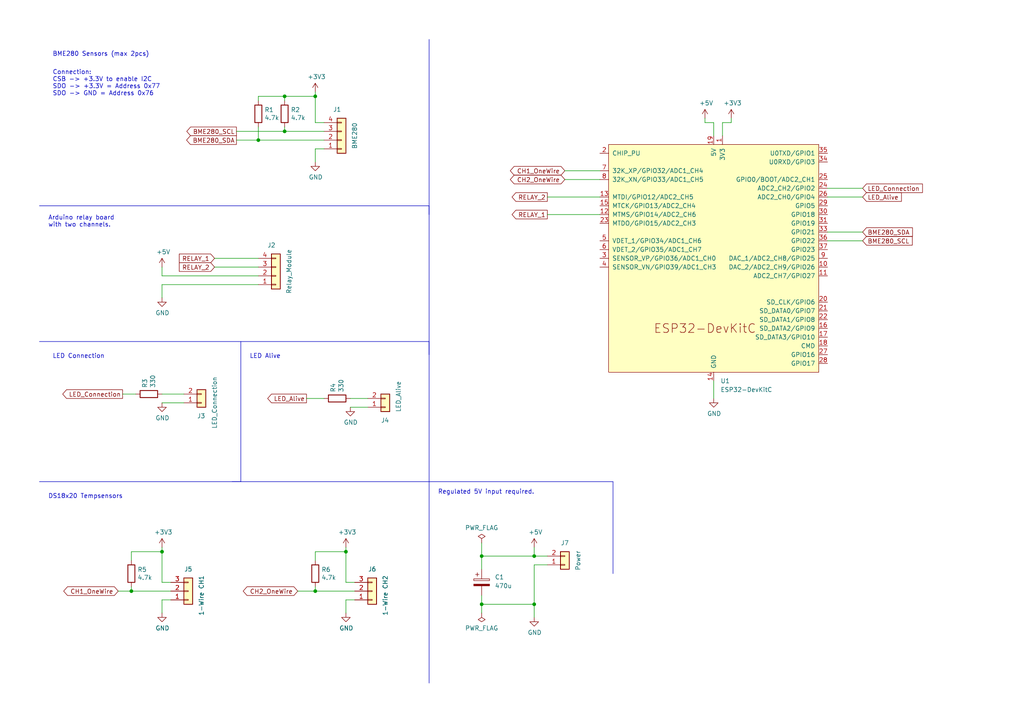
<source format=kicad_sch>
(kicad_sch (version 20230121) (generator eeschema)
  (paper "A4")
  (title_block (title "ThetaProbe Esp Devkit ") (date "2023-12-26") (rev "0.1.0"))
  (lib_symbols
    (symbol "Connector_Generic:Conn_01x02" (pin_names (offset 1.016) hide)
      (property "Reference" "J" (at 0 2.54 0))
      (property "Value" "Conn_01x02" (at 0 -5.08 0))
      (symbol "Conn_01x02_1_1"
        (rectangle (start -1.27 -2.413) (end 0 -2.667) (stroke (width 0.1524)))
        (rectangle (start -1.27 0.127) (end 0 -0.127) (stroke (width 0.1524)))
        (rectangle (start -1.27 1.27) (end 1.27 -3.81) (stroke (width 0.254)) (fill (type background)))
        (pin passive line (at -5.08 0 0) (length 3.81) (name "Pin_1") (number "1"))
        (pin passive line (at -5.08 -2.54 0) (length 3.81) (name "Pin_2") (number "2"))
      )
    )
    (symbol "Connector_Generic:Conn_01x03" (pin_names (offset 1.016) hide)
      (property "Reference" "J" (at 0 5.08 0))
      (property "Value" "Conn_01x03" (at 0 -5.08 0))
      (symbol "Conn_01x03_1_1"
        (rectangle (start -1.27 -2.413) (end 0 -2.667) (stroke (width 0.1524)))
        (rectangle (start -1.27 0.127) (end 0 -0.127) (stroke (width 0.1524)))
        (rectangle (start -1.27 2.667) (end 0 2.413) (stroke (width 0.1524)))
        (rectangle (start -1.27 3.81) (end 1.27 -3.81) (stroke (width 0.254)) (fill (type background)))
        (pin passive line (at -5.08 2.54 0) (length 3.81) (name "Pin_1") (number "1"))
        (pin passive line (at -5.08 0 0) (length 3.81) (name "Pin_2") (number "2"))
        (pin passive line (at -5.08 -2.54 0) (length 3.81) (name "Pin_3") (number "3"))
      )
    )
    (symbol "Connector_Generic:Conn_01x04" (pin_names (offset 1.016) hide)
      (property "Reference" "J" (at 0 5.08 0))
      (property "Value" "Conn_01x04" (at 0 -7.62 0))
      (symbol "Conn_01x04_1_1"
        (rectangle (start -1.27 -4.953) (end 0 -5.207) (stroke (width 0.1524)))
        (rectangle (start -1.27 -2.413) (end 0 -2.667) (stroke (width 0.1524)))
        (rectangle (start -1.27 0.127) (end 0 -0.127) (stroke (width 0.1524)))
        (rectangle (start -1.27 2.667) (end 0 2.413) (stroke (width 0.1524)))
        (rectangle (start -1.27 3.81) (end 1.27 -6.35) (stroke (width 0.254)) (fill (type background)))
        (pin passive line (at -5.08 2.54 0) (length 3.81) (name "Pin_1") (number "1"))
        (pin passive line (at -5.08 0 0) (length 3.81) (name "Pin_2") (number "2"))
        (pin passive line (at -5.08 -2.54 0) (length 3.81) (name "Pin_3") (number "3"))
        (pin passive line (at -5.08 -5.08 0) (length 3.81) (name "Pin_4") (number "4"))
      )
    )
    (symbol "Device:C_Polarized" (pin_numbers hide) (pin_names (offset 0.254))
      (property "Reference" "C" (at 0.635 2.54 0))
      (property "Value" "C_Polarized" (at 0.635 -2.54 0))
      (symbol "C_Polarized_0_1"
        (rectangle (start -2.286 0.508) (end 2.286 1.016))
        (polyline (pts (xy -1.778 2.286) (xy -0.762 2.286)))
        (polyline (pts (xy -1.27 2.794) (xy -1.27 1.778)))
        (rectangle (start 2.286 -0.508) (end -2.286 -1.016) (fill (type outline)))
      )
      (symbol "C_Polarized_1_1"
        (pin passive line (at 0 3.81 270) (length 2.794) (name "~") (number "1"))
        (pin passive line (at 0 -3.81 90) (length 2.794) (name "~") (number "2"))
      )
    )
    (symbol "Device:R" (pin_numbers hide) (pin_names (offset 0))
      (property "Reference" "R" (at 2.032 0 90))
      (property "Value" "R" (at 0 0 90))
      (symbol "R_0_1"
        (rectangle (start -1.016 -2.54) (end 1.016 2.54) (stroke (width 0.254)))
      )
      (symbol "R_1_1"
        (pin passive line (at 0 3.81 270) (length 1.27) (name "~") (number "1"))
        (pin passive line (at 0 -3.81 90) (length 1.27) (name "~") (number "2"))
      )
    )
    (symbol "PCM_Espressif:ESP32-DevKitC" (pin_names (offset 1.016))
      (property "Reference" "U" (at -30.48 38.1 0))
      (property "Value" "ESP32-DevKitC" (at -30.48 35.56 0))
      (symbol "ESP32-DevKitC_0_0"
        (text "ESP32-DevKitC" (at -2.54 -20.32 0) (effects (font (size 2.54 2.54))))
        (pin power_in line (at 0 -35.56 90) (length 2.54) (name "GND") (number "14"))
        (pin power_in line (at 0 35.56 270) (length 2.54) (name "5V") (number "19"))
      )
      (symbol "ESP32-DevKitC_0_1"
        (rectangle (start -30.48 33.02) (end 30.48 -33.02) (fill (type background)))
      )
      (symbol "ESP32-DevKitC_1_1"
        (pin power_in line (at 2.54 35.56 270) (length 2.54) (name "3V3") (number "1"))
        (pin bidirectional line (at 33.02 -2.54 180) (length 2.54) (name "DAC_2/ADC2_CH9/GPIO26") (number "10"))
        (pin bidirectional line (at 33.02 -5.08 180) (length 2.54) (name "ADC2_CH7/GPIO27") (number "11"))
        (pin bidirectional line (at -33.02 12.7 0) (length 2.54) (name "MTMS/GPIO14/ADC2_CH6") (number "12"))
        (pin bidirectional line (at -33.02 17.78 0) (length 2.54) (name "MTDI/GPIO12/ADC2_CH5") (number "13"))
        (pin bidirectional line (at -33.02 15.24 0) (length 2.54) (name "MTCK/GPIO13/ADC2_CH4") (number "15"))
        (pin bidirectional line (at 33.02 -20.32 180) (length 2.54) (name "SD_DATA2/GPIO9") (number "16"))
        (pin bidirectional line (at 33.02 -22.86 180) (length 2.54) (name "SD_DATA3/GPIO10") (number "17"))
        (pin bidirectional line (at 33.02 -25.4 180) (length 2.54) (name "CMD") (number "18"))
        (pin input line (at -33.02 30.48 0) (length 2.54) (name "CHIP_PU") (number "2"))
        (pin bidirectional line (at 33.02 -12.7 180) (length 2.54) (name "SD_CLK/GPIO6") (number "20"))
        (pin bidirectional line (at 33.02 -15.24 180) (length 2.54) (name "SD_DATA0/GPIO7") (number "21"))
        (pin bidirectional line (at 33.02 -17.78 180) (length 2.54) (name "SD_DATA1/GPIO8") (number "22"))
        (pin bidirectional line (at -33.02 10.16 0) (length 2.54) (name "MTDO/GPIO15/ADC2_CH3") (number "23"))
        (pin bidirectional line (at 33.02 20.32 180) (length 2.54) (name "ADC2_CH2/GPIO2") (number "24"))
        (pin bidirectional line (at 33.02 22.86 180) (length 2.54) (name "GPIO0/BOOT/ADC2_CH1") (number "25"))
        (pin bidirectional line (at 33.02 17.78 180) (length 2.54) (name "ADC2_CH0/GPIO4") (number "26"))
        (pin bidirectional line (at 33.02 -27.94 180) (length 2.54) (name "GPIO16") (number "27"))
        (pin bidirectional line (at 33.02 -30.48 180) (length 2.54) (name "GPIO17") (number "28"))
        (pin bidirectional line (at 33.02 15.24 180) (length 2.54) (name "GPIO5") (number "29"))
        (pin input line (at -33.02 0 0) (length 2.54) (name "SENSOR_VP/GPIO36/ADC1_CH0") (number "3"))
        (pin bidirectional line (at 33.02 12.7 180) (length 2.54) (name "GPIO18") (number "30"))
        (pin bidirectional line (at 33.02 10.16 180) (length 2.54) (name "GPIO19") (number "31"))
        (pin passive line (at 0 -35.56 90) (length 2.54) hide (name "GND") (number "32"))
        (pin bidirectional line (at 33.02 7.62 180) (length 2.54) (name "GPIO21") (number "33"))
        (pin bidirectional line (at 33.02 27.94 180) (length 2.54) (name "U0RXD/GPIO3") (number "34"))
        (pin bidirectional line (at 33.02 30.48 180) (length 2.54) (name "U0TXD/GPIO1") (number "35"))
        (pin bidirectional line (at 33.02 5.08 180) (length 2.54) (name "GPIO22") (number "36"))
        (pin bidirectional line (at 33.02 2.54 180) (length 2.54) (name "GPIO23") (number "37"))
        (pin passive line (at 0 -35.56 90) (length 2.54) hide (name "GND") (number "38"))
        (pin input line (at -33.02 -2.54 0) (length 2.54) (name "SENSOR_VN/GPIO39/ADC1_CH3") (number "4"))
        (pin input line (at -33.02 5.08 0) (length 2.54) (name "VDET_1/GPIO34/ADC1_CH6") (number "5"))
        (pin input line (at -33.02 2.54 0) (length 2.54) (name "VDET_2/GPIO35/ADC1_CH7") (number "6"))
        (pin bidirectional line (at -33.02 25.4 0) (length 2.54) (name "32K_XP/GPIO32/ADC1_CH4") (number "7"))
        (pin bidirectional line (at -33.02 22.86 0) (length 2.54) (name "32K_XN/GPIO33/ADC1_CH5") (number "8"))
        (pin bidirectional line (at 33.02 0 180) (length 2.54) (name "DAC_1/ADC2_CH8/GPIO25") (number "9"))
      )
    )
    (symbol "power:+3.3V" (power) (pin_names (offset 0))
      (property "Value" "+3.3V" (at 0 3.556 0))
      (symbol "+3.3V_0_1"
        (polyline (pts (xy -0.762 1.27) (xy 0 2.54)))
        (polyline (pts (xy 0 0) (xy 0 2.54)))
        (polyline (pts (xy 0 2.54) (xy 0.762 1.27)))
      )
      (symbol "+3.3V_1_1"
        (pin power_in line (at 0 0 90) (length 0) hide (name "+3V3") (number "1"))
      )
    )
    (symbol "power:+5V" (power) (pin_names (offset 0))
      (property "Value" "+5V" (at 0 3.556 0))
      (symbol "+5V_0_1"
        (polyline (pts (xy -0.762 1.27) (xy 0 2.54)))
        (polyline (pts (xy 0 0) (xy 0 2.54)))
        (polyline (pts (xy 0 2.54) (xy 0.762 1.27)))
      )
      (symbol "+5V_1_1"
        (pin power_in line (at 0 0 90) (length 0) hide (name "+5V") (number "1"))
      )
    )
    (symbol "power:GND" (power) (pin_names (offset 0))
      (property "Value" "GND" (at 0 -3.81 0))
      (symbol "GND_0_1"
        (polyline (pts (xy 0 0) (xy 0 -1.27) (xy 1.27 -1.27) (xy 0 -2.54) (xy -1.27 -1.27) (xy 0 -1.27)))
      )
      (symbol "GND_1_1"
        (pin power_in line (at 0 0 270) (length 0) hide (name "GND") (number "1"))
      )
    )
    (symbol "power:PWR_FLAG" (power) (pin_numbers hide) (pin_names (offset 0) hide)
      (property "Value" "PWR_FLAG" (at 0 3.81 0))
      (symbol "PWR_FLAG_0_0"
        (pin power_out line (at 0 0 90) (length 0) (name "pwr") (number "1"))
      )
      (symbol "PWR_FLAG_0_1"
        (polyline (pts (xy 0 0) (xy 0 1.27) (xy -1.016 1.905) (xy 0 2.54) (xy 1.016 1.905) (xy 0 1.27)))
      )
    )
  )
  (junction (at 154.94 161.29))
  (junction (at 91.44 27.94))
  (junction (at 154.94 175.26))
  (junction (at 100.33 160.02))
  (junction (at 91.44 171.45))
  (junction (at 46.99 160.02))
  (junction (at 74.93 40.64))
  (junction (at 139.7 175.26))
  (junction (at 82.55 38.1))
  (junction (at 38.1 171.45))
  (junction (at 82.55 27.94))
  (junction (at 139.7 161.29))
  (wire (pts (xy 207.01 35.56) (xy 207.01 39.37)))
  (polyline (pts (xy 124.46 11.43) (xy 124.46 198.12)))
  (wire (pts (xy 204.47 35.56) (xy 207.01 35.56)))
  (wire (pts (xy 93.98 40.64) (xy 74.93 40.64)))
  (wire (pts (xy 158.75 57.15) (xy 173.99 57.15)))
  (wire (pts (xy 91.44 170.18) (xy 91.44 171.45)))
  (wire (pts (xy 91.44 35.56) (xy 93.98 35.56)))
  (wire (pts (xy 212.09 34.29) (xy 212.09 35.56)))
  (wire (pts (xy 82.55 27.94) (xy 91.44 27.94)))
  (wire (pts (xy 207.01 110.49) (xy 207.01 115.57)))
  (wire (pts (xy 154.94 158.75) (xy 154.94 161.29)))
  (wire (pts (xy 139.7 161.29) (xy 154.94 161.29)))
  (wire (pts (xy 91.44 160.02) (xy 100.33 160.02)))
  (wire (pts (xy 100.33 160.02) (xy 100.33 158.75)))
  (wire (pts (xy 102.87 168.91) (xy 100.33 168.91)))
  (wire (pts (xy 100.33 168.91) (xy 100.33 160.02)))
  (wire (pts (xy 46.99 168.91) (xy 46.99 160.02)))
  (wire (pts (xy 101.6 118.11) (xy 106.68 118.11)))
  (wire (pts (xy 240.03 57.15) (xy 250.19 57.15)))
  (wire (pts (xy 91.44 27.94) (xy 91.44 26.67)))
  (polyline (pts (xy 177.8 139.7) (xy 177.8 166.37)))
  (wire (pts (xy 74.93 40.64) (xy 68.58 40.64)))
  (polyline (pts (xy 124.46 99.06) (xy 124.46 102.87)))
  (wire (pts (xy 34.29 171.45) (xy 38.1 171.45)))
  (wire (pts (xy 46.99 173.99) (xy 49.53 173.99)))
  (wire (pts (xy 74.93 27.94) (xy 82.55 27.94)))
  (wire (pts (xy 154.94 161.29) (xy 158.75 161.29)))
  (wire (pts (xy 240.03 67.31) (xy 250.19 67.31)))
  (wire (pts (xy 82.55 36.83) (xy 82.55 38.1)))
  (wire (pts (xy 38.1 160.02) (xy 46.99 160.02)))
  (wire (pts (xy 158.75 62.23) (xy 173.99 62.23)))
  (wire (pts (xy 38.1 171.45) (xy 49.53 171.45)))
  (wire (pts (xy 240.03 69.85) (xy 250.19 69.85)))
  (wire (pts (xy 46.99 114.3) (xy 53.34 114.3)))
  (wire (pts (xy 139.7 157.48) (xy 139.7 161.29)))
  (wire (pts (xy 91.44 162.56) (xy 91.44 160.02)))
  (polyline (pts (xy 124.46 59.69) (xy 124.46 62.23)))
  (wire (pts (xy 209.55 35.56) (xy 209.55 39.37)))
  (wire (pts (xy 38.1 162.56) (xy 38.1 160.02)))
  (wire (pts (xy 91.44 35.56) (xy 91.44 27.94)))
  (wire (pts (xy 154.94 175.26) (xy 154.94 163.83)))
  (wire (pts (xy 82.55 27.94) (xy 82.55 29.21)))
  (wire (pts (xy 62.23 77.47) (xy 74.93 77.47)))
  (wire (pts (xy 46.99 116.84) (xy 53.34 116.84)))
  (wire (pts (xy 139.7 175.26) (xy 139.7 177.8)))
  (wire (pts (xy 68.58 38.1) (xy 82.55 38.1)))
  (wire (pts (xy 49.53 168.91) (xy 46.99 168.91)))
  (wire (pts (xy 173.99 52.07) (xy 163.83 52.07)))
  (wire (pts (xy 91.44 43.18) (xy 93.98 43.18)))
  (wire (pts (xy 91.44 171.45) (xy 102.87 171.45)))
  (wire (pts (xy 88.9 115.57) (xy 93.98 115.57)))
  (wire (pts (xy 35.56 114.3) (xy 39.37 114.3)))
  (wire (pts (xy 46.99 177.8) (xy 46.99 173.99)))
  (wire (pts (xy 240.03 54.61) (xy 250.19 54.61)))
  (wire (pts (xy 100.33 173.99) (xy 102.87 173.99)))
  (wire (pts (xy 46.99 77.47) (xy 46.99 80.01)))
  (wire (pts (xy 154.94 179.07) (xy 154.94 175.26)))
  (polyline (pts (xy 11.43 139.7) (xy 177.8 139.7)))
  (wire (pts (xy 139.7 172.72) (xy 139.7 175.26)))
  (wire (pts (xy 212.09 35.56) (xy 209.55 35.56)))
  (wire (pts (xy 74.93 29.21) (xy 74.93 27.94)))
  (polyline (pts (xy 11.43 59.69) (xy 124.46 59.69)))
  (polyline (pts (xy 11.43 99.06) (xy 124.46 99.06)))
  (wire (pts (xy 86.36 171.45) (xy 91.44 171.45)))
  (wire (pts (xy 74.93 80.01) (xy 46.99 80.01)))
  (wire (pts (xy 62.23 74.93) (xy 74.93 74.93)))
  (polyline (pts (xy 69.85 139.7) (xy 67.31 139.7)))
  (wire (pts (xy 46.99 86.36) (xy 46.99 82.55)))
  (wire (pts (xy 139.7 165.1) (xy 139.7 161.29)))
  (wire (pts (xy 46.99 160.02) (xy 46.99 158.75)))
  (polyline (pts (xy 69.85 99.06) (xy 69.85 139.7)))
  (wire (pts (xy 101.6 115.57) (xy 106.68 115.57)))
  (wire (pts (xy 100.33 177.8) (xy 100.33 173.99)))
  (wire (pts (xy 74.93 36.83) (xy 74.93 40.64)))
  (wire (pts (xy 139.7 175.26) (xy 154.94 175.26)))
  (wire (pts (xy 91.44 46.99) (xy 91.44 43.18)))
  (wire (pts (xy 204.47 34.29) (xy 204.47 35.56)))
  (wire (pts (xy 158.75 163.83) (xy 154.94 163.83)))
  (wire (pts (xy 38.1 170.18) (xy 38.1 171.45)))
  (wire (pts (xy 46.99 82.55) (xy 74.93 82.55)))
  (wire (pts (xy 173.99 49.53) (xy 163.83 49.53)))
  (wire (pts (xy 82.55 38.1) (xy 93.98 38.1)))
  (text "BME280 Sensors (max 2pcs)" (at 15.24 16.51 0) (effects (font (size 1.27 1.27)) (justify left bottom)))
  (text "DS18x20 Tempsensors" (at 13.97 144.78 0) (effects (font (size 1.27 1.27)) (justify left bottom)))
  (text "Connection:\nCSB -> +3.3V to enable I2C\nSDO -> +3.3V = Address 0x77\nSDO -> GND = Address 0x76" (at 15.24 27.94 0) (effects (font (size 1.27 1.27)) (justify left bottom)))
  (text "LED Alive" (at 72.39 104.14 0) (effects (font (size 1.27 1.27)) (justify left bottom)))
  (text "LED Connection" (at 15.24 104.14 0) (effects (font (size 1.27 1.27)) (justify left bottom)))
  (text "Arduino relay board\nwith two channels." (at 13.97 66.04 0) (effects (font (size 1.27 1.27)) (justify left bottom)))
  (text "Regulated 5V input required." (at 127 143.51 0) (effects (font (size 1.27 1.27)) (justify left bottom)))
  (global_label "BME280_SCL" (shape input) (at 250.19 69.85 0) (property "Intersheetrefs" "${INTERSHEET_REFS}" (effects hide)) (property "Referenzen zwischen Schaltplänen" "${INTERSHEET_REFS}" (effects hide)))
  (global_label "CH2_OneWire" (shape bidirectional) (at 163.83 52.07 180) (property "Intersheetrefs" "${INTERSHEET_REFS}" (effects hide)) (property "Referenzen zwischen Schaltplänen" "${INTERSHEET_REFS}" (effects hide)))
  (global_label "LED_Connection" (shape output) (at 35.56 114.3 180) (property "Intersheetrefs" "${INTERSHEET_REFS}" (effects hide)) (property "Referenzen zwischen Schaltplänen" "${INTERSHEET_REFS}" (effects hide)))
  (global_label "LED_Connection" (shape input) (at 250.19 54.61 0) (property "Intersheetrefs" "${INTERSHEET_REFS}" (effects hide)) (property "Referenzen zwischen Schaltplänen" "${INTERSHEET_REFS}" (effects hide)))
  (global_label "BME280_SDA" (shape input) (at 250.19 67.31 0) (property "Intersheetrefs" "${INTERSHEET_REFS}" (effects hide)) (property "Referenzen zwischen Schaltplänen" "${INTERSHEET_REFS}" (effects hide)))
  (global_label "CH1_OneWire" (shape bidirectional) (at 163.83 49.53 180) (property "Intersheetrefs" "${INTERSHEET_REFS}" (effects hide)) (property "Referenzen zwischen Schaltplänen" "${INTERSHEET_REFS}" (effects hide)))
  (global_label "RELAY_1" (shape output) (at 158.75 62.23 180) (property "Intersheetrefs" "${INTERSHEET_REFS}" (effects hide)) (property "Referenzen zwischen Schaltplänen" "${INTERSHEET_REFS}" (effects hide)))
  (global_label "CH2_OneWire" (shape bidirectional) (at 86.36 171.45 180) (property "Intersheetrefs" "${INTERSHEET_REFS}" (effects hide)) (property "Referenzen zwischen Schaltplänen" "${INTERSHEET_REFS}" (effects hide)))
  (global_label "RELAY_1" (shape input) (at 62.23 74.93 180) (property "Intersheetrefs" "${INTERSHEET_REFS}" (effects hide)) (property "Referenzen zwischen Schaltplänen" "${INTERSHEET_REFS}" (effects hide)))
  (global_label "LED_Alive" (shape output) (at 88.9 115.57 180) (property "Intersheetrefs" "${INTERSHEET_REFS}" (effects hide)) (property "Referenzen zwischen Schaltplänen" "${INTERSHEET_REFS}" (effects hide)))
  (global_label "LED_Alive" (shape input) (at 250.19 57.15 0) (property "Intersheetrefs" "${INTERSHEET_REFS}" (effects hide)) (property "Referenzen zwischen Schaltplänen" "${INTERSHEET_REFS}" (effects hide)))
  (global_label "RELAY_2" (shape input) (at 62.23 77.47 180) (property "Intersheetrefs" "${INTERSHEET_REFS}" (effects hide)) (property "Referenzen zwischen Schaltplänen" "${INTERSHEET_REFS}" (effects hide)))
  (global_label "CH1_OneWire" (shape bidirectional) (at 34.29 171.45 180) (property "Intersheetrefs" "${INTERSHEET_REFS}" (effects hide)) (property "Referenzen zwischen Schaltplänen" "${INTERSHEET_REFS}" (effects hide)))
  (global_label "BME280_SCL" (shape output) (at 68.58 38.1 180) (property "Intersheetrefs" "${INTERSHEET_REFS}" (effects hide)) (property "Referenzen zwischen Schaltplänen" "${INTERSHEET_REFS}" (effects hide)))
  (global_label "BME280_SDA" (shape output) (at 68.58 40.64 180) (property "Intersheetrefs" "${INTERSHEET_REFS}" (effects hide)) (property "Referenzen zwischen Schaltplänen" "${INTERSHEET_REFS}" (effects hide)))
  (global_label "RELAY_2" (shape output) (at 158.75 57.15 180) (property "Intersheetrefs" "${INTERSHEET_REFS}" (effects hide)) (property "Referenzen zwischen Schaltplänen" "${INTERSHEET_REFS}" (effects hide)))
  (symbol (lib_id "power:GND") (at 91.44 46.99 0) (unit 1)
    (property "Reference" "#PWR03" (effects hide))
    (property "Value" "GND" (at 91.567 51.3842 0))
  )
  (symbol (lib_id "Device:R") (at 38.1 166.37 0) (unit 1)
    (property "Reference" "R5" (at 39.878 165.2016 0) (effects (justify left)))
    (property "Value" "4.7k" (at 39.878 167.513 0) (effects (justify left)))
    (property "Footprint" "Resistor_THT:R_Axial_DIN0207_L6.3mm_D2.5mm_P7.62mm_Horizontal" (effects hide))
  )
  (symbol (lib_id "power:GND") (at 100.33 177.8 0) (unit 1)
    (property "Reference" "#PWR011" (effects hide))
    (property "Value" "GND" (at 100.457 182.1942 0))
  )
  (symbol (lib_id "power:PWR_FLAG") (at 139.7 177.8 180) (unit 1)
    (property "Reference" "#FLG02" (effects hide))
    (property "Value" "PWR_FLAG" (at 139.7 182.1942 0))
  )
  (symbol (lib_id "Connector_Generic:Conn_01x04") (at 80.01 80.01 0) (mirror x) (unit 1)
    (property "Reference" "J2" (at 78.74 71.12 0))
    (property "Value" "Relay_Module" (at 83.82 78.74 90))
    (property "Footprint" "Connector_Molex:Molex_KK-254_AE-6410-04A_1x04_P2.54mm_Vertical" (effects hide))
  )
  (symbol (lib_id "power:GND") (at 46.99 177.8 0) (unit 1)
    (property "Reference" "#PWR09" (effects hide))
    (property "Value" "GND" (at 47.117 182.1942 0))
  )
  (symbol (lib_id "power:+3.3V") (at 46.99 158.75 0) (unit 1)
    (property "Reference" "#PWR012" (effects hide))
    (property "Value" "+3.3V" (at 47.371 154.3558 0))
  )
  (symbol (lib_id "Connector_Generic:Conn_01x02") (at 111.76 118.11 0) (mirror x) (unit 1)
    (property "Reference" "J4" (at 110.49 121.92 0) (effects (justify left)))
    (property "Value" "LED_Alive" (at 115.57 110.49 90) (effects (justify left)))
    (property "Footprint" "Connector_Molex:Molex_KK-254_AE-6410-02A_1x02_P2.54mm_Vertical" (effects hide))
  )
  (symbol (lib_id "power:GND") (at 207.01 115.57 0) (unit 1)
    (property "Reference" "#PWR08" (effects hide))
    (property "Value" "GND" (at 207.137 119.9642 0))
  )
  (symbol (lib_id "Connector_Generic:Conn_01x04") (at 99.06 40.64 0) (mirror x) (unit 1)
    (property "Reference" "J1" (at 97.79 31.75 0))
    (property "Value" "BME280" (at 102.87 39.37 90))
    (property "Footprint" "Connector_Molex:Molex_KK-254_AE-6410-04A_1x04_P2.54mm_Vertical" (effects hide))
  )
  (symbol (lib_id "power:GND") (at 46.99 116.84 0) (unit 1)
    (property "Reference" "#PWR06" (effects hide))
    (property "Value" "GND" (at 47.117 121.2342 0))
  )
  (symbol (lib_id "Connector_Generic:Conn_01x02") (at 163.83 163.83 0) (mirror x) (unit 1)
    (property "Reference" "J7" (at 163.83 157.48 0))
    (property "Value" "Power" (at 167.64 162.56 90))
    (property "Footprint" "Connector_Molex:Molex_KK-254_AE-6410-02A_1x02_P2.54mm_Vertical" (effects hide))
  )
  (symbol (lib_id "Device:R") (at 43.18 114.3 90) (unit 1)
    (property "Reference" "R3" (at 42.0116 112.522 0) (effects (justify left)))
    (property "Value" "330" (at 44.323 112.522 0) (effects (justify left)))
    (property "Footprint" "Resistor_THT:R_Axial_DIN0207_L6.3mm_D2.5mm_P7.62mm_Horizontal" (effects hide))
  )
  (symbol (lib_id "Device:R") (at 74.93 33.02 0) (unit 1)
    (property "Reference" "R1" (at 76.708 31.8516 0) (effects (justify left)))
    (property "Value" "4.7k" (at 76.708 34.163 0) (effects (justify left)))
    (property "Footprint" "Resistor_THT:R_Axial_DIN0207_L6.3mm_D2.5mm_P7.62mm_Horizontal" (effects hide))
  )
  (symbol (lib_id "power:GND") (at 101.6 118.11 0) (unit 1)
    (property "Reference" "#PWR07" (effects hide))
    (property "Value" "GND" (at 101.727 122.5042 0))
  )
  (symbol (lib_id "power:+3.3V") (at 91.44 26.67 0) (unit 1)
    (property "Reference" "#PWR02" (effects hide))
    (property "Value" "+3.3V" (at 91.821 22.2758 0))
  )
  (symbol (lib_id "Device:R") (at 82.55 33.02 0) (unit 1)
    (property "Reference" "R2" (at 84.328 31.8516 0) (effects (justify left)))
    (property "Value" "4.7k" (at 84.328 34.163 0) (effects (justify left)))
    (property "Footprint" "Resistor_THT:R_Axial_DIN0207_L6.3mm_D2.5mm_P7.62mm_Horizontal" (effects hide))
  )
  (symbol (lib_id "PCM_Espressif:ESP32-DevKitC") (at 207.01 74.93 0) (unit 1)
    (property "Reference" "U1" (at 208.9659 110.49 0) (effects (justify left)))
    (property "Value" "ESP32-DevKitC" (at 208.9659 113.03 0) (effects (justify left)))
    (property "Footprint" "PCM_Espressif:ESP32-DevKitC" (effects hide))
    (property "Datasheet" "https://docs.espressif.com/projects/esp-idf/zh_CN/latest/esp32/hw-reference/esp32/get-started-devkitc.html" (effects hide))
  )
  (symbol (lib_id "power:+5V") (at 46.99 77.47 0) (unit 1)
    (property "Reference" "#PWR04" (effects hide))
    (property "Value" "+5V" (at 47.371 73.0758 0))
  )
  (symbol (lib_id "Device:C_Polarized") (at 139.7 168.91 0) (unit 1)
    (property "Reference" "C1" (at 143.51 167.386 0) (effects (justify left)))
    (property "Value" "470u" (at 143.51 169.926 0) (effects (justify left)))
    (property "Footprint" "Capacitor_THT:CP_Axial_L11.0mm_D8.0mm_P15.00mm_Horizontal" (effects hide))
  )
  (symbol (lib_id "power:+3.3V") (at 100.33 158.75 0) (unit 1)
    (property "Reference" "#PWR013" (effects hide))
    (property "Value" "+3.3V" (at 100.711 154.3558 0))
  )
  (symbol (lib_id "power:PWR_FLAG") (at 139.7 157.48 0) (unit 1)
    (property "Reference" "#FLG01" (effects hide))
    (property "Value" "PWR_FLAG" (at 139.7 153.0858 0))
  )
  (symbol (lib_id "Connector_Generic:Conn_01x02") (at 58.42 116.84 0) (mirror x) (unit 1)
    (property "Reference" "J3" (at 57.15 120.65 0) (effects (justify left)))
    (property "Value" "LED_Connection" (at 62.23 109.22 90) (effects (justify left)))
    (property "Footprint" "Connector_Molex:Molex_KK-254_AE-6410-02A_1x02_P2.54mm_Vertical" (effects hide))
  )
  (symbol (lib_id "Device:R") (at 97.79 115.57 90) (unit 1)
    (property "Reference" "R4" (at 96.6216 113.792 0) (effects (justify left)))
    (property "Value" "330" (at 98.933 113.792 0) (effects (justify left)))
    (property "Footprint" "Resistor_THT:R_Axial_DIN0207_L6.3mm_D2.5mm_P7.62mm_Horizontal" (effects hide))
  )
  (symbol (lib_id "Device:R") (at 91.44 166.37 0) (unit 1)
    (property "Reference" "R6" (at 93.218 165.2016 0) (effects (justify left)))
    (property "Value" "4.7k" (at 93.218 167.513 0) (effects (justify left)))
    (property "Footprint" "Resistor_THT:R_Axial_DIN0207_L6.3mm_D2.5mm_P7.62mm_Horizontal" (effects hide))
  )
  (symbol (lib_id "power:+5V") (at 204.47 34.29 0) (unit 1)
    (property "Reference" "#PWR014" (effects hide))
    (property "Value" "+5V" (at 204.851 29.8958 0))
  )
  (symbol (lib_id "Connector_Generic:Conn_01x03") (at 107.95 171.45 0) (mirror x) (unit 1)
    (property "Reference" "J6" (at 107.95 165.1 0))
    (property "Value" "1-Wire CH2" (at 111.76 172.72 90))
    (property "Footprint" "Connector_Molex:Molex_KK-254_AE-6410-03A_1x03_P2.54mm_Vertical" (effects hide))
  )
  (symbol (lib_id "power:GND") (at 46.99 86.36 0) (unit 1)
    (property "Reference" "#PWR05" (effects hide))
    (property "Value" "GND" (at 47.117 90.7542 0))
  )
  (symbol (lib_id "Connector_Generic:Conn_01x03") (at 54.61 171.45 0) (mirror x) (unit 1)
    (property "Reference" "J5" (at 54.61 165.1 0))
    (property "Value" "1-Wire CH1" (at 58.42 172.72 90))
    (property "Footprint" "Connector_Molex:Molex_KK-254_AE-6410-03A_1x03_P2.54mm_Vertical" (effects hide))
  )
  (symbol (lib_id "power:GND") (at 154.94 179.07 0) (unit 1)
    (property "Reference" "#PWR016" (effects hide))
    (property "Value" "GND" (at 155.067 183.4642 0))
  )
  (symbol (lib_id "power:+5V") (at 154.94 158.75 0) (unit 1)
    (property "Reference" "#PWR015" (effects hide))
    (property "Value" "+5V" (at 155.321 154.3558 0))
  )
  (symbol (lib_id "power:+3.3V") (at 212.09 34.29 0) (unit 1)
    (property "Reference" "#PWR010" (effects hide))
    (property "Value" "+3.3V" (at 212.471 29.8958 0))
  )
)
</source>
